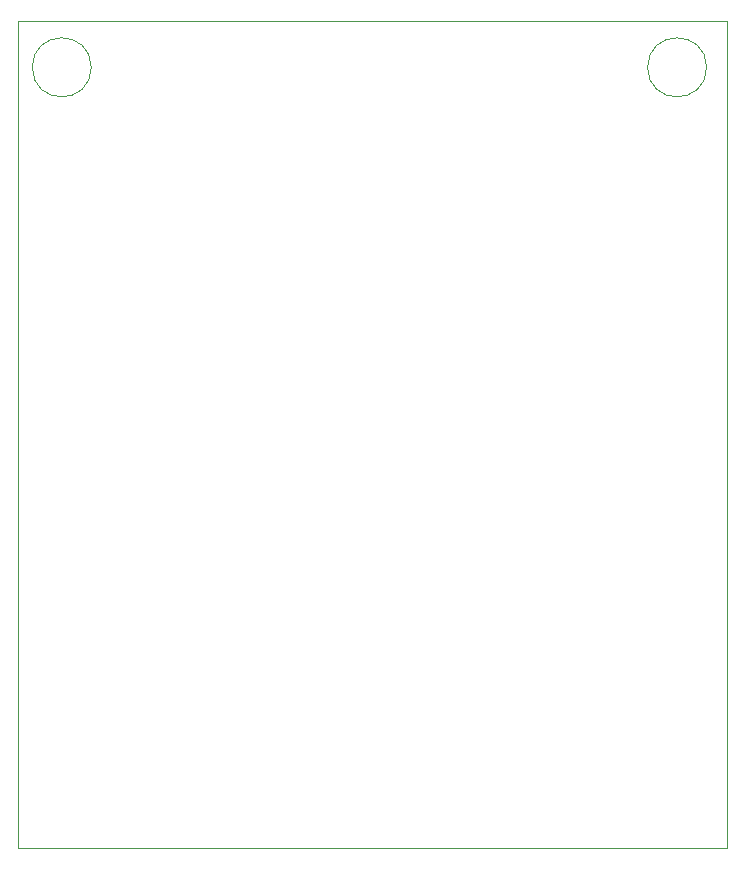
<source format=gbr>
%TF.GenerationSoftware,KiCad,Pcbnew,8.0.6*%
%TF.CreationDate,2024-10-18T13:29:46-03:00*%
%TF.ProjectId,analog-keypad-16-keys,616e616c-6f67-42d6-9b65-797061642d31,rev?*%
%TF.SameCoordinates,Original*%
%TF.FileFunction,Profile,NP*%
%FSLAX46Y46*%
G04 Gerber Fmt 4.6, Leading zero omitted, Abs format (unit mm)*
G04 Created by KiCad (PCBNEW 8.0.6) date 2024-10-18 13:29:46*
%MOMM*%
%LPD*%
G01*
G04 APERTURE LIST*
%TA.AperFunction,Profile*%
%ADD10C,0.050000*%
%TD*%
G04 APERTURE END LIST*
D10*
X100600000Y-38300000D02*
G75*
G02*
X95600000Y-38300000I-2500000J0D01*
G01*
X95600000Y-38300000D02*
G75*
G02*
X100600000Y-38300000I2500000J0D01*
G01*
X152700000Y-38300000D02*
G75*
G02*
X147700000Y-38300000I-2500000J0D01*
G01*
X147700000Y-38300000D02*
G75*
G02*
X152700000Y-38300000I2500000J0D01*
G01*
X94400000Y-34400000D02*
X154400000Y-34400000D01*
X154400000Y-104400000D01*
X94400000Y-104400000D01*
X94400000Y-34400000D01*
M02*

</source>
